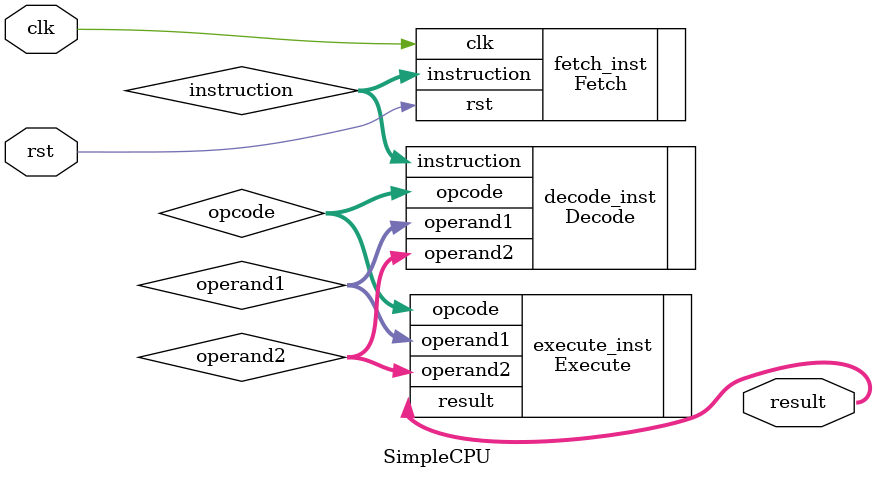
<source format=v>
module SimpleCPU (
    input wire clk,
    input wire rst,
    output reg [7:0] result
);

wire [15:0] instruction;
wire [3:0] opcode;
wire [3:0] operand1;
wire [3:0] operand2;

Fetch fetch_inst (
    .clk(clk),
    .rst(rst),
    .instruction(instruction)
);

Decode decode_inst (
    .instruction(instruction),
    .opcode(opcode),
    .operand1(operand1),
    .operand2(operand2)
);

Execute execute_inst (
    .opcode(opcode),
    .operand1(operand1),
    .operand2(operand2),
    .result(result)
);

endmodule

</source>
